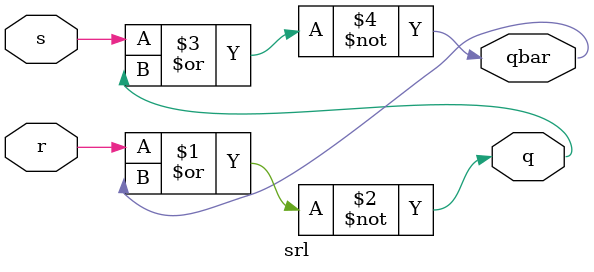
<source format=v>
module srl (
    input s, r, output q, qbar
);
    assign q = ~(r | qbar);
    assign qbar = ~(s | q);
endmodule
</source>
